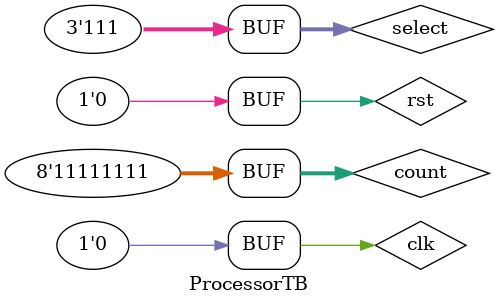
<source format=v>
`timescale 1ns/1ns;
module Processor(clk, rst, select, count, out);
    input clk, rst;
    input [2:0] select;
    input [7:0] count;
    output reg [7:0] out;
    reg [7:0] rhomboid, square, saw_tooth, rectified, modulated, reciprocal;
  
    reg [7:0] up_trig, down_trig;
    always @(count) begin
        {up_trig, down_trig} = 16'b0000_0000_0000_0000;
        if (count[7] == 1'b0) begin
            up_trig = count;
            down_trig = -count;
        end
        else 
        begin
            up_trig = 8'b1111_1111 - count;
            down_trig = count - 8'b1111_1111;
        end
    end

    always @(count or up_trig or down_trig) begin
        rhomboid = 8'b0000_0000;
        if (count[0] == 1'b0)
            rhomboid = up_trig + 8'b0111_1111;
        else
            rhomboid = down_trig + 8'b0111_1111;
    end

    always @(count) begin
        square = -127;
        if (count[7] == 1'b0)
            square = 127;
    end

    always @(count) begin
        saw_tooth = count;
    end

    always @(count) begin
        reciprocal = 256 / (8'b11111111 - count + 8'b00000001) - 127;
    end
  
    reg [15:0] sine, cosine, next_sine, next_cosine;

    always @(sine or cosine) begin
        next_sine = sine + {{6{cosine[15]}}, cosine[15:6]};
    end

    always @(next_sine or cosine) begin
        next_cosine = cosine - {{6{next_sine[15]}}, next_sine[15:6]};
    end

    always @(posedge clk or posedge rst) begin
        if (rst == 1'b1) begin
            sine <= 16'b0000_0000_0000_0000;
            cosine <= 16'b0111_0101_0011_0000;
        end
        
        else 
        begin
            sine <= next_sine;
            cosine <= next_cosine;
        end
    end

    reg [7:0] sine_shifted;
    always @(sine) begin
        sine_shifted = sine[15:8] + 127;
    end

    always @(sine or sine_shifted) begin
        rectified = 8'b00000000;
        if (sine[15] == 1'b0)
            rectified = sine_shifted;
        else
            rectified = -sine_shifted;
    end

    always @(count or sine_shifted) begin
        modulated = 8'b00000000;
        if (count[4] == 1'b0)
            modulated = sine_shifted;
        else
            modulated = -sine_shifted;
    end

    always @(rhomboid or sine_shifted or square or reciprocal
            or saw_tooth or rectified or modulated
            or select) 
    begin
        out = 8'b00000000;
        case (select)
            3'b000: out = rhomboid - 127;
            3'b001: out = sine_shifted - 127;
            3'b010: out = square;
            3'b011: out = reciprocal - 255;
            3'b100: out = saw_tooth - 127;
            3'b101: out = rectified - 127;
            3'b110: out = modulated - 127;
            3'b111: out = 8'b00000000;
        endcase
    end
endmodule

module ProcessorTB();
    wire [7:0] out;
    reg clk, rst;
    reg [2:0] select;
    reg [7:0] count;
    
    Processor UUT(.clk(clk), .rst(rst), .select(select), .count(count), .out(out));
    
    initial begin
        rst = 1; #5;
        clk = 1; #10;
        rst = 0; #5;
        clk = 0;
        select = 3'b000;
        repeat(7) begin
          count = 8'b0;
          repeat(10) begin
            count = 8'b00000000;
          repeat(255) begin
              count = count + 8'b00000001;
              clk = 1; #20;
              clk = 0; #20;
          end
        end
          select = select + 3'b001;  
        end
    end

endmodule                                                                                                                                                                                           


</source>
